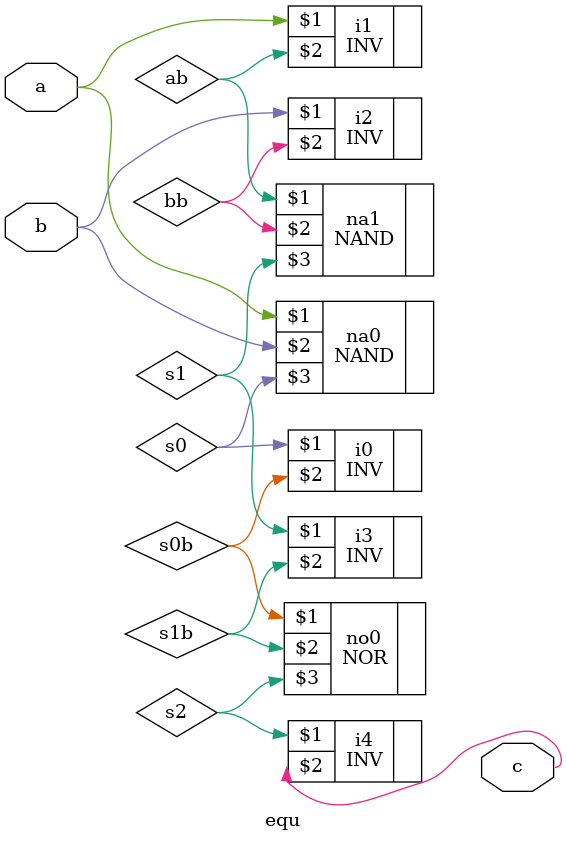
<source format=v>
`include "GATES.v"

module Drone_delivery(
    input clk,
    input [1:0] Floor, 
    input [1:0] FS,
    input [1:0] Call,

    output [1:0] Motor,
    output [1:0] Drop
);
//============================================//
//              wire declaration              //
//============================================//
//you can only use wire in this project
    wire f5, f5b;
    wire f6, f6b;
    wire st_tf5b, st_tf5bb;
    wire st_tf6b, st_tf6bb;
    wire o5, o5b, o6, o6b;
    wire to_drop5, to_drop5b, to_drop6, to_drop6b;
    wire to_finish5, to_finish5b, to_finish5b1, to_finish5b2b;
    wire tf5, tf5b;
    wire f_and_six, f_and_sixb;
    wire to_finish6, to_finish6b, to_finish6b1, to_finish6b2b;
    wire five_m, five_mb;
    wire six_m1, six_m1b, six_m2, six_m2b;
    wire out1, out1b, out2, out2b, out3, out3b, out4, out4b, out5, out5b, out6, out6b, out7, out7b, out8, out8b;
    wire five_six_finish, five_six_finishb, five_six_finish1, five_six_finishb1;
    wire nu1, nu2, nu3; // useless
    wire q1, q1b, q2, q2b;
    wire a1, a1b, b1, b1b, c1;
    wire a2, a2b, b2, b2b, c2;
    wire on5, on5b, on6, on6b;

//============================================//
//                   design                   //
//============================================//
/*
Notice that logic gates can only handle single bit operation, which means that statement likes:

NAND m0(Floor, FS, A); 

is forbidden, while

NAND m0(Floor[1], FS[0], A); 

is avalible
*/  
    store st1(clk, Floor[1], Floor[1], Floor[0], f6, f6b);
    store st2(clk, Floor[0], Floor[0], Floor[1], f5, f5b);
    store_tofinish stf0(clk, to_finish5b, Floor[0], Floor[1], st_tf5b, st_tf5bb);
    store_tofinish stf1(clk, to_finish6b, Floor[0], Floor[1], st_tf6b, st_tf6bb);

    NAND five_and_6(f6, f5, f_and_six);
    INV i5(f_and_six, f_and_sixb);

    NAND five_move(f_and_sixb, to_finish5, five_m);
    INV i6(five_m, five_mb);

    NAND six_move1(f_and_sixb, to_finish6, six_m1);
    INV i10(six_m1, six_m1b);
    NAND six_move2(six_m1b, to_finish5b, six_m2);
    INV i11(six_m2, six_m2b);

    NAND five_six_finish_gate(to_finish6b, to_finish5b, five_six_finish1);
    INV i7(five_six_finish1, five_six_finishb1);

    NAND special_case(f_and_sixb, st_tf5b, k1);
    INV inv5(k1, k1b);

    NAND spc(k1b, to_finish6b, k2);
    INV inv6(k2, k2b);

    NOR spec(five_six_finishb1, k2b, five_six_finish);
    INV inv7(five_six_finish, five_six_finishb);


// ============== operation on five floor ============== \\
    DFF d0(clk, FS[0], Drop[0], atdb);

    NAND on_5(f5, f6b, on5);
    INV i17(on5, on5b);
    
    NOR no1(f_and_sixb, on5b, b1);
    INV in1(b1, b1b);

    NAND no0(b1b, Call[0], a1);
    INV in0(a1, a1b);
    NOR no2(a1b, on6b, c1);
    INV in2(c1, to_finish5b);
    INV inv1(to_finish5b, to_finish5);
// ======================================================= \\

// ============== operation on six floor ============== \\
    DFF d_6_0(clk, FS[1], Drop[1], nu3);

    NAND on_6(f6, f5b, on6);
    INV i18(on6, on6b);
    NOR no4(f_and_sixb, on6b, b2);
    INV in4(b2, b2b);

    NAND no5(b2b, Call[1], a2);
    INV in5(a2, a2b);
    NOR no3(a2b, on5b, c2);
    INV in3(c2, to_finish6b);
    INV inv0(to_finish6b, to_finish6);
// ======================================================= \\

    NAND only_5(out2, f6b, o5);
    INV i14(o5, o5b);

    NAND only_6(f5b, out1, o6);
    INV i15(o6, o6b);

// Floor 6
    DFF d3(clk, Floor[1], out1, out1b);
    NOR nor4(o6b, six_m2b, out5);
    INV i12(out5, out5b);
    NOR nor5(out5b, five_six_finishb, out7);
    INV i13(out7, out7b);
    
    DFF d1(clk, out7b, Motor[0], nu2);

// Floor 5
    DFF d4(clk, Floor[0], out2, out2b);
    NOR nor2(o5b, five_mb, out3);
    INV i8(out3, out3b);
    NAND nand100(out3b,out2 , out4);
    INV i20(out4, out4b);
    NOR nor3(out4b, five_six_finishb, out8);
    INV i9(out8, out8b);
    
    DFF d2(clk, out8b, Motor[1], nu1);


endmodule

//============================================//
//            submodule (if needed)           //
//============================================//

module store(clk, fst, f0, f1, q, qbar);

    input fst, f0, f1, clk;
    output q, qbar;
    wire change, change_bar;
    wire s0, s0b, s1, s1b, s2, s2b, s3b, s3;

    //assign s0 = 0, s1 = 0, s2 = 0, s3 = 0;

    NOR no0(f0, f1, change);
    INV in0(change, change_bar);

    NAND na0(fst, change_bar, s0);
    INV in1(s0, s0b);

    assign s1 = change_bar;
    INV in2(s1, s1b);
    NAND na1(s1b, q, s2);
    INV in4(s2, s2b);

    NOR no1(s0b, s2b, s3);
    INV in3(s3, s3b);

    DFF df0(clk, s3b, q, qbar);

endmodule

module store_tofinish(clk, fst, f0, f1, q, qbar);

    input fst, f0, f1, clk;
    output q, qbar;
    wire change, change_bar;
    wire s0, s0b, s1, s1b, s2, s2b, s3, s3b, s4, s4b;
    wire fstb;

    //assign s0 = 0, s1 = 0, s2 = 0, s3 = 0;

    NOR no0(f0, f1, change);
    INV in0(change, change_bar);

    INV in2(fst, fstb);

    NOR no1(fst, change_bar, s1);

    NAND na1(s1, q, s2);
    INV in3(s2, s2b);

    NAND na2(fst, change, s4);
    INV in5(s4, s4b);

    NOR no2(s4b, s2b, s3);
    INV in4(s3, s3b);

    DFF df0(clk, s3b, q, qbar);

endmodule

module equ(a, b, c);

    input a,b;
    output c;

    wire s0, s0b, s1, s1b, s2;
    wire ab, bb;
    NAND na0(a, b, s0);
    INV i0(s0, s0b);

    INV i1(a, ab);
    INV i2(b, bb);

    NAND na1(ab, bb, s1);
    INV i3(s1, s1b);

    NOR no0(s0b, s1b, s2);
    INV i4(s2, c);

endmodule
</source>
